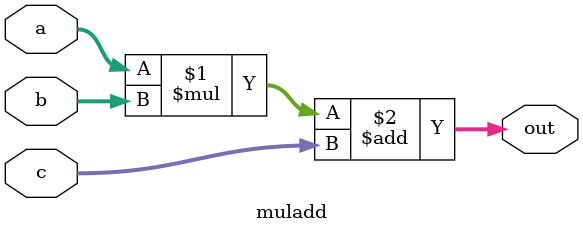
<source format=v>
module muladd #(parameter DW = 16,
                parameter OW = 32
	        )
   (
    //Inputs
    input [DW-1:0]  a,  // a input (multiplier)
    input [DW-1:0]  b,  // b input (multiplicand)
    input [OW-1:0]  c,  // c input (add input)
    //Outputs
    output [OW-1:0] out // a * b + c
    );

   assign out = a * b + c;

endmodule

</source>
